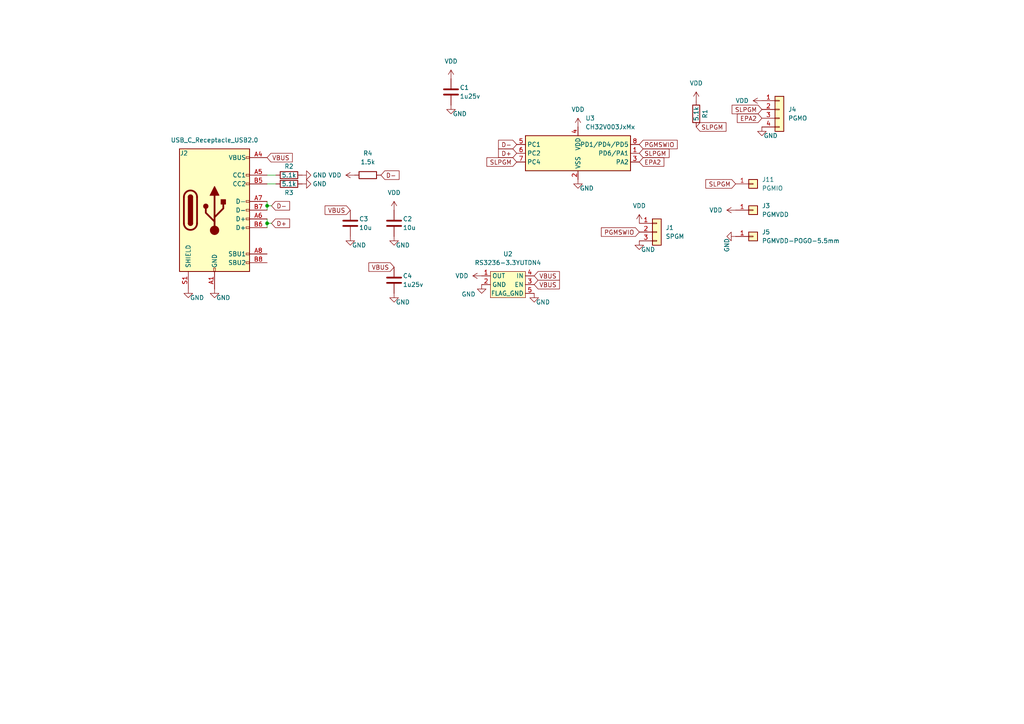
<source format=kicad_sch>
(kicad_sch (version 20250114) (generator "eeschema") (generator_version "9.0")
  (paper "A4")
  (lib_symbols
    (symbol "Connector:USB_C_Receptacle_USB2.0" (pin_names (offset 1.016))
      (property "Reference" "J" (at -10.16 19.05 0))
      (property "Value" "USB_C_Receptacle_USB2.0" (at 19.05 19.05 0))
      (symbol "USB_C_Receptacle_USB2.0_0_0"
        (rectangle (start -0.254 -17.78) (end 0.254 -16.764))
        (rectangle (start 10.16 15.494) (end 9.144 14.986))
        (rectangle (start 10.16 10.414) (end 9.144 9.906))
        (rectangle (start 10.16 7.874) (end 9.144 7.366))
        (rectangle (start 10.16 2.794) (end 9.144 2.286))
        (rectangle (start 10.16 0.254) (end 9.144 -0.254))
        (rectangle (start 10.16 -2.286) (end 9.144 -2.794))
        (rectangle (start 10.16 -4.826) (end 9.144 -5.334))
        (rectangle (start 10.16 -12.446) (end 9.144 -12.954))
        (rectangle (start 10.16 -14.986) (end 9.144 -15.494))
      )
      (symbol "USB_C_Receptacle_USB2.0_0_1"
        (rectangle (start -10.16 17.78) (end 10.16 -17.78) (stroke (width 0.254)) (fill (type background)))
        (polyline (pts (xy -8.89 -3.81) (xy -8.89 3.81)) (stroke (width 0.508)))
        (rectangle (start -7.62 -3.81) (end -6.35 3.81) (stroke (width 0.254)) (fill (type outline)))
        (arc (start -7.62 3.81) (mid -6.985 4.4423) (end -6.35 3.81) (stroke (width 0.254)))
        (arc (start -7.62 3.81) (mid -6.985 4.4423) (end -6.35 3.81) (stroke (width 0.254)) (fill (type outline)))
        (arc (start -8.89 3.81) (mid -6.985 5.7067) (end -5.08 3.81) (stroke (width 0.508)))
        (arc (start -5.08 -3.81) (mid -6.985 -5.7067) (end -8.89 -3.81) (stroke (width 0.508)))
        (arc (start -6.35 -3.81) (mid -6.985 -4.4423) (end -7.62 -3.81) (stroke (width 0.254)))
        (arc (start -6.35 -3.81) (mid -6.985 -4.4423) (end -7.62 -3.81) (stroke (width 0.254)) (fill (type outline)))
        (polyline (pts (xy -5.08 3.81) (xy -5.08 -3.81)) (stroke (width 0.508)))
        (circle (center -2.54 1.143) (radius 0.635) (stroke (width 0.254)) (fill (type outline)))
        (polyline (pts (xy -1.27 4.318) (xy 0 6.858) (xy 1.27 4.318) (xy -1.27 4.318)) (stroke (width 0.254)) (fill (type outline)))
        (polyline (pts (xy 0 -2.032) (xy 2.54 0.508) (xy 2.54 1.778)) (stroke (width 0.508)))
        (polyline (pts (xy 0 -3.302) (xy -2.54 -0.762) (xy -2.54 0.508)) (stroke (width 0.508)))
        (polyline (pts (xy 0 -5.842) (xy 0 4.318)) (stroke (width 0.508)))
        (circle (center 0 -5.842) (radius 1.27) (fill (type outline)))
        (rectangle (start 1.905 1.778) (end 3.175 3.048) (stroke (width 0.254)) (fill (type outline)))
      )
      (symbol "USB_C_Receptacle_USB2.0_1_1"
        (pin passive line (at -7.62 -22.86 90) (length 5.08) (name "SHIELD") (number "S1"))
        (pin passive line (at 0 -22.86 90) (length 5.08) (name "GND") (number "A1"))
        (pin passive line (at 0 -22.86 90) (length 5.08) (hide yes) (name "GND") (number "A12"))
        (pin passive line (at 0 -22.86 90) (length 5.08) (hide yes) (name "GND") (number "B1"))
        (pin passive line (at 0 -22.86 90) (length 5.08) (hide yes) (name "GND") (number "B12"))
        (pin passive line (at 15.24 15.24 180) (length 5.08) (name "VBUS") (number "A4"))
        (pin passive line (at 15.24 15.24 180) (length 5.08) (hide yes) (name "VBUS") (number "A9"))
        (pin passive line (at 15.24 15.24 180) (length 5.08) (hide yes) (name "VBUS") (number "B4"))
        (pin passive line (at 15.24 15.24 180) (length 5.08) (hide yes) (name "VBUS") (number "B9"))
        (pin bidirectional line (at 15.24 10.16 180) (length 5.08) (name "CC1") (number "A5"))
        (pin bidirectional line (at 15.24 7.62 180) (length 5.08) (name "CC2") (number "B5"))
        (pin bidirectional line (at 15.24 2.54 180) (length 5.08) (name "D-") (number "A7"))
        (pin bidirectional line (at 15.24 0 180) (length 5.08) (name "D-") (number "B7"))
        (pin bidirectional line (at 15.24 -2.54 180) (length 5.08) (name "D+") (number "A6"))
        (pin bidirectional line (at 15.24 -5.08 180) (length 5.08) (name "D+") (number "B6"))
        (pin bidirectional line (at 15.24 -12.7 180) (length 5.08) (name "SBU1") (number "A8"))
        (pin bidirectional line (at 15.24 -15.24 180) (length 5.08) (name "SBU2") (number "B8"))
      )
    )
    (symbol "Connector_Generic:Conn_01x01" (pin_names (offset 1.016) (hide yes))
      (property "Reference" "J" (at 0 2.54 0))
      (property "Value" "Conn_01x01" (at 0 -2.54 0))
      (symbol "Conn_01x01_1_1"
        (rectangle (start -1.27 1.27) (end 1.27 -1.27) (stroke (width 0.254)) (fill (type background)))
        (rectangle (start -1.27 0.127) (end 0 -0.127) (stroke (width 0.1524)))
        (pin passive line (at -5.08 0 0) (length 3.81) (name "Pin_1") (number "1"))
      )
    )
    (symbol "Connector_Generic:Conn_01x03" (pin_names (offset 1.016) (hide yes))
      (property "Reference" "J" (at 0 5.08 0))
      (property "Value" "Conn_01x03" (at 0 -5.08 0))
      (symbol "Conn_01x03_1_1"
        (rectangle (start -1.27 3.81) (end 1.27 -3.81) (stroke (width 0.254)) (fill (type background)))
        (rectangle (start -1.27 2.667) (end 0 2.413) (stroke (width 0.1524)))
        (rectangle (start -1.27 0.127) (end 0 -0.127) (stroke (width 0.1524)))
        (rectangle (start -1.27 -2.413) (end 0 -2.667) (stroke (width 0.1524)))
        (pin passive line (at -5.08 2.54 0) (length 3.81) (name "Pin_1") (number "1"))
        (pin passive line (at -5.08 0 0) (length 3.81) (name "Pin_2") (number "2"))
        (pin passive line (at -5.08 -2.54 0) (length 3.81) (name "Pin_3") (number "3"))
      )
    )
    (symbol "Connector_Generic:Conn_01x04" (pin_names (offset 1.016) (hide yes))
      (property "Reference" "J" (at 0 5.08 0))
      (property "Value" "Conn_01x04" (at 0 -7.62 0))
      (symbol "Conn_01x04_1_1"
        (rectangle (start -1.27 3.81) (end 1.27 -6.35) (stroke (width 0.254)) (fill (type background)))
        (rectangle (start -1.27 2.667) (end 0 2.413) (stroke (width 0.1524)))
        (rectangle (start -1.27 0.127) (end 0 -0.127) (stroke (width 0.1524)))
        (rectangle (start -1.27 -2.413) (end 0 -2.667) (stroke (width 0.1524)))
        (rectangle (start -1.27 -4.953) (end 0 -5.207) (stroke (width 0.1524)))
        (pin passive line (at -5.08 2.54 0) (length 3.81) (name "Pin_1") (number "1"))
        (pin passive line (at -5.08 0 0) (length 3.81) (name "Pin_2") (number "2"))
        (pin passive line (at -5.08 -2.54 0) (length 3.81) (name "Pin_3") (number "3"))
        (pin passive line (at -5.08 -5.08 0) (length 3.81) (name "Pin_4") (number "4"))
      )
    )
    (symbol "Device:C" (pin_numbers (hide yes)) (pin_names (offset 0.254))
      (property "Reference" "C" (at 0.635 2.54 0))
      (property "Value" "C" (at 0.635 -2.54 0))
      (symbol "C_0_1"
        (polyline (pts (xy -2.032 0.762) (xy 2.032 0.762)) (stroke (width 0.508)))
        (polyline (pts (xy -2.032 -0.762) (xy 2.032 -0.762)) (stroke (width 0.508)))
      )
      (symbol "C_1_1"
        (pin passive line (at 0 3.81 270) (length 2.794) (name "") (number "1"))
        (pin passive line (at 0 -3.81 90) (length 2.794) (name "") (number "2"))
      )
    )
    (symbol "Device:R" (pin_numbers (hide yes)) (pin_names (offset 0))
      (property "Reference" "R" (at 2.032 0 90))
      (property "Value" "R" (at 0 0 90))
      (symbol "R_0_1"
        (rectangle (start -1.016 -2.54) (end 1.016 2.54) (stroke (width 0.254)))
      )
      (symbol "R_1_1"
        (pin passive line (at 0 3.81 270) (length 1.27) (name "") (number "1"))
        (pin passive line (at 0 -3.81 90) (length 1.27) (name "") (number "2"))
      )
    )
    (symbol "MCU_WCH_CH32V0:CH32V003JxMx"
      (property "Reference" "U" (at -15.24 7.62 0))
      (property "Value" "CH32V003JxMx" (at 15.24 7.62 0))
      (symbol "CH32V003JxMx_1_1"
        (rectangle (start -15.24 5.08) (end 15.24 -5.08) (stroke (width 0.254)) (fill (type background)))
        (pin bidirectional line (at -17.78 2.54 0) (length 2.54) (name "PC1") (number "5"))
        (pin bidirectional line (at -17.78 0 0) (length 2.54) (name "PC2") (number "6"))
        (pin bidirectional line (at -17.78 -2.54 0) (length 2.54) (name "PC4") (number "7"))
        (pin power_in line (at 0 7.62 270) (length 2.54) (name "VDD") (number "4"))
        (pin power_in line (at 0 -7.62 90) (length 2.54) (name "VSS") (number "2"))
        (pin bidirectional line (at 17.78 2.54 180) (length 2.54) (name "PD1/PD4/PD5") (number "8"))
        (pin bidirectional line (at 17.78 0 180) (length 2.54) (name "PD6/PA1") (number "1"))
        (pin bidirectional line (at 17.78 -2.54 180) (length 2.54) (name "PA2") (number "3"))
      )
    )
    (symbol "cnhardware:RS3236-DFN-LDO"
      (property "Reference" "U" (at 0 3.81 0))
      (property "Value" "RS3236-3.3YUTDN4" (at -0.254 -6.35 0))
      (symbol "RS3236-DFN-LDO_1_1"
        (rectangle (start -5.08 2.54) (end 5.08 -5.08) (fill (type background)))
        (pin bidirectional line (at -7.62 1.27 0) (length 2.54) (name "OUT") (number "1"))
        (pin bidirectional line (at -7.62 -1.27 0) (length 2.54) (name "GND") (number "2"))
        (pin bidirectional line (at 7.62 1.27 180) (length 2.54) (name "IN") (number "4"))
        (pin bidirectional line (at 7.62 -1.27 180) (length 2.54) (name "EN") (number "3"))
        (pin bidirectional line (at 7.62 -3.81 180) (length 2.54) (name "FLAG_GND") (number "5"))
      )
    )
    (symbol "power:GND" (pin_names (offset 0))
      (property "Value" "GND" (at 0 -3.81 0))
      (symbol "GND_0_1"
        (polyline (pts (xy 0 0) (xy 0 -1.27) (xy 1.27 -1.27) (xy 0 -2.54) (xy -1.27 -1.27) (xy 0 -1.27)))
      )
      (symbol "GND_1_1"
        (pin power_in line (at 0 0 270) (length 0) (hide yes) (name "GND") (number "1"))
      )
    )
    (symbol "power:VDD" (pin_names (offset 0))
      (property "Value" "VDD" (at 0 3.81 0))
      (symbol "VDD_0_1"
        (polyline (pts (xy -0.762 1.27) (xy 0 2.54)))
        (polyline (pts (xy 0 2.54) (xy 0.762 1.27)))
        (polyline (pts (xy 0 0) (xy 0 2.54)))
      )
      (symbol "VDD_1_1"
        (pin power_in line (at 0 0 90) (length 0) (hide yes) (name "VDD") (number "1"))
      )
    )
  )
  (junction (at 77.47 64.77))
  (junction (at 77.47 59.69))
  (wire (pts (xy 77.47 59.69) (xy 77.47 60.96)))
  (wire (pts (xy 77.47 50.8) (xy 80.01 50.8)))
  (wire (pts (xy 77.47 53.34) (xy 80.01 53.34)))
  (wire (pts (xy 77.47 63.5) (xy 77.47 64.77)))
  (wire (pts (xy 77.47 64.77) (xy 77.47 66.04)))
  (wire (pts (xy 77.47 59.69) (xy 78.74 59.69)))
  (wire (pts (xy 77.47 64.77) (xy 78.74 64.77)))
  (wire (pts (xy 77.47 58.42) (xy 77.47 59.69)))
  (global_label "SLPGM" (shape input) (at 220.98 31.75 180) (property "Intersheetrefs" "${INTERSHEET_REFS}" (effects (hide yes))))
  (global_label "EPA2" (shape input) (at 220.98 34.29 180) (property "Intersheetrefs" "${INTERSHEET_REFS}" (effects (hide yes))))
  (global_label "VBUS" (shape input) (at 77.47 45.72 0) (property "Intersheetrefs" "${INTERSHEET_REFS}" (effects (hide yes))))
  (global_label "D-" (shape input) (at 149.86 41.91 180) (property "Intersheetrefs" "${INTERSHEET_REFS}" (effects (hide yes))))
  (global_label "PGMSWIO" (shape input) (at 185.42 41.91 0) (property "Intersheetrefs" "${INTERSHEET_REFS}" (effects (hide yes))))
  (global_label "D+" (shape input) (at 149.86 44.45 180) (property "Intersheetrefs" "${INTERSHEET_REFS}" (effects (hide yes))))
  (global_label "D+" (shape input) (at 78.74 64.77 0) (property "Intersheetrefs" "${INTERSHEET_REFS}" (effects (hide yes))))
  (global_label "VBUS" (shape input) (at 114.3 77.47 180) (property "Intersheetrefs" "${INTERSHEET_REFS}" (effects (hide yes))))
  (global_label "D-" (shape input) (at 78.74 59.69 0) (property "Intersheetrefs" "${INTERSHEET_REFS}" (effects (hide yes))))
  (global_label "SLPGM" (shape input) (at 149.86 46.99 180) (property "Intersheetrefs" "${INTERSHEET_REFS}" (effects (hide yes))))
  (global_label "SLPGM" (shape input) (at 201.93 36.83 0) (property "Intersheetrefs" "${INTERSHEET_REFS}" (effects (hide yes))))
  (global_label "SLPGM" (shape input) (at 185.42 44.45 0) (property "Intersheetrefs" "${INTERSHEET_REFS}" (effects (hide yes))))
  (global_label "VBUS" (shape input) (at 101.6 60.96 180) (property "Intersheetrefs" "${INTERSHEET_REFS}" (effects (hide yes))))
  (global_label "VBUS" (shape input) (at 154.94 80.01 0) (property "Intersheetrefs" "${INTERSHEET_REFS}" (effects (hide yes))))
  (global_label "VBUS" (shape input) (at 154.94 82.55 0) (property "Intersheetrefs" "${INTERSHEET_REFS}" (effects (hide yes))))
  (global_label "D-" (shape input) (at 110.49 50.8 0) (property "Intersheetrefs" "${INTERSHEET_REFS}" (effects (hide yes))))
  (global_label "EPA2" (shape input) (at 185.42 46.99 0) (property "Intersheetrefs" "${INTERSHEET_REFS}" (effects (hide yes))))
  (global_label "SLPGM" (shape input) (at 213.36 53.34 180) (property "Intersheetrefs" "${INTERSHEET_REFS}" (effects (hide yes))))
  (global_label "PGMSWIO" (shape input) (at 185.42 67.31 180) (property "Intersheetrefs" "${INTERSHEET_REFS}" (effects (hide yes))))
  (symbol (lib_id "power:VDD") (at 167.64 36.83 0) (unit 1)
    (property "Reference" "#PWR2" (effects (hide yes)))
    (property "Value" "VDD" (at 167.64 31.75 0))
  )
  (symbol (lib_id "power:VDD") (at 213.36 60.96 90) (unit 1)
    (property "Reference" "#PWR17" (effects (hide yes)))
    (property "Value" "VDD" (at 209.55 60.9599 90) (effects (justify left)))
  )
  (symbol (lib_id "power:GND") (at 130.81 30.48 0) (unit 1)
    (property "Reference" "#PWR6" (effects (hide yes)))
    (property "Value" "GND" (at 133.35 33.02 0))
  )
  (symbol (lib_id "power:VDD") (at 114.3 60.96 0) (unit 1)
    (property "Reference" "#PWR4" (effects (hide yes)))
    (property "Value" "VDD" (at 114.3 55.88 0))
  )
  (symbol (lib_id "power:VDD") (at 102.87 50.8 90) (unit 1)
    (property "Reference" "#PWR3" (effects (hide yes)))
    (property "Value" "VDD" (at 99.06 50.7999 90) (effects (justify left)))
  )
  (symbol (lib_id "Connector_Generic:Conn_01x01") (at 218.44 60.96 0) (unit 1)
    (property "Reference" "J3" (at 220.98 59.69 0) (effects (justify left)))
    (property "Value" "PGMVDD" (at 220.98 62.23 0) (effects (justify left)))
    (property "Footprint" "TestPoint:TestPoint_Loop_D2.60mm_Drill1.6mm_Beaded" (effects (hide yes)))
    (property "LCSC" "C5221294" (effects (hide yes)))
  )
  (symbol (lib_id "power:GND") (at 220.98 36.83 0) (unit 1)
    (property "Reference" "#PWR18" (effects (hide yes)))
    (property "Value" "GND" (at 223.52 39.37 0))
  )
  (symbol (lib_id "power:GND") (at 101.6 68.58 0) (unit 1)
    (property "Reference" "#PWR22" (effects (hide yes)))
    (property "Value" "GND" (at 104.14 71.12 0))
  )
  (symbol (lib_id "power:GND") (at 154.94 85.09 0) (unit 1)
    (property "Reference" "#PWR029" (effects (hide yes)))
    (property "Value" "GND" (at 157.48 87.63 0))
  )
  (symbol (lib_id "power:VDD") (at 220.98 29.21 90) (unit 1)
    (property "Reference" "#PWR21" (effects (hide yes)))
    (property "Value" "VDD" (at 217.17 29.2099 90) (effects (justify left)))
  )
  (symbol (lib_id "power:VDD") (at 201.93 29.21 0) (unit 1)
    (property "Reference" "#PWR8" (effects (hide yes)))
    (property "Value" "VDD" (at 201.93 24.13 0))
  )
  (symbol (lib_id "Connector_Generic:Conn_01x03") (at 190.5 67.31 0) (unit 1)
    (property "Reference" "J1" (at 193.04 66.0399 0) (effects (justify left)))
    (property "Value" "SPGM" (at 193.04 68.5799 0) (effects (justify left)))
    (property "Footprint" "Connector_PinHeader_2.54mm:PinHeader_1x03_P2.54mm_Vertical" (effects (hide yes)))
    (property "Description" "Generic connector, single row, 01x03, script generated (kicad-library-utils/schlib/autogen/connector/)" (effects (hide yes)))
    (property "LCSC" "C49257" (effects (hide yes)))
  )
  (symbol (lib_id "Connector_Generic:Conn_01x04") (at 226.06 31.75 0) (unit 1)
    (property "Reference" "J4" (at 228.6 31.7499 0) (effects (justify left)))
    (property "Value" "PGMO" (at 228.6 34.2899 0) (effects (justify left)))
    (property "Footprint" "Connector_PinHeader_2.54mm:PinHeader_1x04_P2.54mm_Vertical" (effects (hide yes)))
    (property "Description" "Generic connector, single row, 01x04, script generated (kicad-library-utils/schlib/autogen/connector/)" (effects (hide yes)))
    (property "LCSC" "C18213719" (effects (hide yes)))
  )
  (symbol (lib_id "power:GND") (at 114.3 85.09 0) (unit 1)
    (property "Reference" "#PWR019" (effects (hide yes)))
    (property "Value" "GND" (at 116.84 87.63 0))
  )
  (symbol (lib_id "power:GND") (at 87.63 53.34 90) (unit 1)
    (property "Reference" "#PWR012" (effects (hide yes)))
    (property "Value" "GND" (at 92.71 53.34 90))
  )
  (symbol (lib_id "Device:C") (at 101.6 64.77 0) (unit 1)
    (property "Reference" "C3" (at 104.14 63.5 0) (effects (justify left)))
    (property "Value" "10u" (at 104.14 66.04 0) (effects (justify left)))
    (property "Footprint" "Capacitor_SMD:C_0603_1608Metric" (effects (hide yes)))
    (property "LCSC" "C19702" (effects (hide yes)))
  )
  (symbol (lib_id "Device:R") (at 83.82 50.8 90) (unit 1)
    (property "Reference" "R2" (at 83.82 48.26 90))
    (property "Value" "5.1k" (at 83.82 50.8 90))
    (property "Footprint" "Resistor_SMD:R_0402_1005Metric" (effects (hide yes)))
    (property "LCSC" "C105872" (effects (hide yes)))
  )
  (symbol (lib_id "power:GND") (at 114.3 68.58 0) (unit 1)
    (property "Reference" "#PWR7" (effects (hide yes)))
    (property "Value" "GND" (at 116.84 71.12 0))
  )
  (symbol (lib_id "Connector_Generic:Conn_01x01") (at 218.44 68.58 0) (unit 1)
    (property "Reference" "J5" (at 220.98 67.31 0) (effects (justify left)))
    (property "Value" "PGMVDD-POGO-5.5mm" (at 220.98 69.85 0) (effects (justify left)))
    (property "Footprint" "TestPoint:TestPoint_Loop_D2.60mm_Drill1.6mm_Beaded" (effects (hide yes)))
    (property "LCSC" "C5221294" (effects (hide yes)))
  )
  (symbol (lib_id "power:GND") (at 62.23 83.82 0) (unit 1)
    (property "Reference" "#PWR010" (effects (hide yes)))
    (property "Value" "GND" (at 64.77 86.36 0))
  )
  (symbol (lib_id "power:GND") (at 139.7 82.55 0) (unit 1)
    (property "Reference" "#PWR014" (effects (hide yes)))
    (property "Value" "GND" (at 135.89 85.344 0))
  )
  (symbol (lib_id "power:GND") (at 87.63 50.8 90) (unit 1)
    (property "Reference" "#PWR011" (effects (hide yes)))
    (property "Value" "GND" (at 92.71 50.8 90))
  )
  (symbol (lib_id "Device:C") (at 130.81 26.67 0) (unit 1)
    (property "Reference" "C1" (at 133.35 25.4 0) (effects (justify left)))
    (property "Value" "1u25v" (at 133.35 27.94 0) (effects (justify left)))
    (property "Footprint" "Capacitor_SMD:C_0402_1005Metric" (effects (hide yes)))
    (property "LCSC" "C52923" (effects (hide yes)))
  )
  (symbol (lib_id "power:VDD") (at 185.42 64.77 0) (unit 1)
    (property "Reference" "#PWR16" (effects (hide yes)))
    (property "Value" "VDD" (at 185.42 59.69 0))
  )
  (symbol (lib_id "Device:R") (at 106.68 50.8 90) (unit 1)
    (property "Reference" "R4" (at 106.68 44.45 90))
    (property "Value" "1.5k" (at 106.68 46.99 90))
    (property "Footprint" "Resistor_SMD:R_0402_1005Metric" (effects (hide yes)))
    (property "LCSC" "C25867" (effects (hide yes)))
  )
  (symbol (lib_id "power:GND") (at 54.61 83.82 0) (unit 1)
    (property "Reference" "#PWR09" (effects (hide yes)))
    (property "Value" "GND" (at 57.15 86.36 0))
  )
  (symbol (lib_id "cnhardware:RS3236-DFN-LDO") (at 147.32 81.28 0) (unit 1)
    (property "Reference" "U2" (at 147.32 73.66 0))
    (property "Value" "RS3236-3.3YUTDN4" (at 147.32 76.2 0))
    (property "Footprint" "cnhardware:xdfn-reg" (effects (hide yes)))
    (property "LCSC" "C379350" (effects (hide yes)))
  )
  (symbol (lib_id "Connector_Generic:Conn_01x01") (at 218.44 53.34 0) (unit 1)
    (property "Reference" "J11" (at 220.98 52.07 0) (effects (justify left)))
    (property "Value" "PGMIO" (at 220.98 54.61 0) (effects (justify left)))
    (property "Footprint" "TestPoint:TestPoint_Loop_D2.60mm_Drill1.6mm_Beaded" (effects (hide yes)))
    (property "LCSC" "C5221294" (effects (hide yes)))
  )
  (symbol (lib_id "Device:C") (at 114.3 81.28 0) (unit 1)
    (property "Reference" "C4" (at 116.84 80.01 0) (effects (justify left)))
    (property "Value" "1u25v" (at 116.84 82.55 0) (effects (justify left)))
    (property "Footprint" "Capacitor_SMD:C_0402_1005Metric" (effects (hide yes)))
    (property "LCSC" "C52923" (effects (hide yes)))
  )
  (symbol (lib_id "Device:R") (at 201.93 33.02 180) (unit 1)
    (property "Reference" "R1" (at 204.47 33.02 90))
    (property "Value" "5.1k" (at 201.93 33.02 90))
    (property "Footprint" "Resistor_SMD:R_0402_1005Metric" (effects (hide yes)))
    (property "LCSC" "C105872" (effects (hide yes)))
  )
  (symbol (lib_id "power:VDD") (at 139.7 80.01 90) (unit 1)
    (property "Reference" "#PWR013" (effects (hide yes)))
    (property "Value" "VDD" (at 135.89 80.0099 90) (effects (justify left)))
  )
  (symbol (lib_id "power:GND") (at 167.64 52.07 0) (unit 1)
    (property "Reference" "#PWR1" (effects (hide yes)))
    (property "Value" "GND" (at 170.18 54.61 0))
  )
  (symbol (lib_id "Device:R") (at 83.82 53.34 90) (unit 1)
    (property "Reference" "R3" (at 83.82 55.88 90))
    (property "Value" "5.1k" (at 83.82 53.34 90))
    (property "Footprint" "Resistor_SMD:R_0402_1005Metric" (effects (hide yes)))
    (property "LCSC" "C105872" (effects (hide yes)))
  )
  (symbol (lib_id "Device:C") (at 114.3 64.77 0) (unit 1)
    (property "Reference" "C2" (at 116.84 63.5 0) (effects (justify left)))
    (property "Value" "10u" (at 116.84 66.04 0) (effects (justify left)))
    (property "Footprint" "Capacitor_SMD:C_0603_1608Metric" (effects (hide yes)))
    (property "LCSC" "C19702" (effects (hide yes)))
  )
  (symbol (lib_id "Connector:USB_C_Receptacle_USB2.0") (at 62.23 60.96 0) (unit 1)
    (property "Reference" "J2" (at 53.34 44.45 0))
    (property "Value" "USB_C_Receptacle_USB2.0" (at 62.23 40.64 0))
    (property "Footprint" "Connector_USB:USB_C_Receptacle_HRO_TYPE-C-31-M-12" (effects (hide yes)))
    (property "Datasheet" "https://www.usb.org/sites/default/files/documents/usb_type-c.zip" (effects (hide yes)))
    (property "LCSC" "C2765186" (effects (hide yes)))
  )
  (symbol (lib_id "power:GND") (at 213.36 68.58 270) (unit 1)
    (property "Reference" "#PWR20" (effects (hide yes)))
    (property "Value" "GND" (at 210.82 71.12 0))
  )
  (symbol (lib_id "power:GND") (at 185.42 69.85 0) (unit 1)
    (property "Reference" "#PWR15" (effects (hide yes)))
    (property "Value" "GND" (at 187.96 72.39 0))
  )
  (symbol (lib_id "power:VDD") (at 130.81 22.86 0) (unit 1)
    (property "Reference" "#PWR5" (effects (hide yes)))
    (property "Value" "VDD" (at 130.81 17.78 0))
  )
  (symbol (lib_id "MCU_WCH_CH32V0:CH32V003JxMx") (at 167.64 44.45 0) (unit 1)
    (property "Reference" "U3" (at 169.7833 34.29 0) (effects (justify left)))
    (property "Value" "CH32V003JxMx" (at 169.7833 36.83 0) (effects (justify left)))
    (property "Footprint" "Package_SO:SOP-8_3.9x4.9mm_P1.27mm" (effects (hide yes)))
    (property "Datasheet" "https://www.wch-ic.com/products/CH32V003.html" (effects (hide yes)))
    (property "Description" "CH32V003 series are industrial-grade general-purpose microcontrollers designed based on 32-bit RISC-V instruction set and architecture. It adopts QingKe V2A core, RV32EC instruction set, and supports 2 levels of interrupt nesting. The series are mounted with rich peripheral interfaces and function modules. Its internal organizational structure meets the low-cost and low-power embedded application scenarios." (effects (hide yes)))
    (property "LCSC" "C5346354" (effects (hide yes)))
  )
)
</source>
